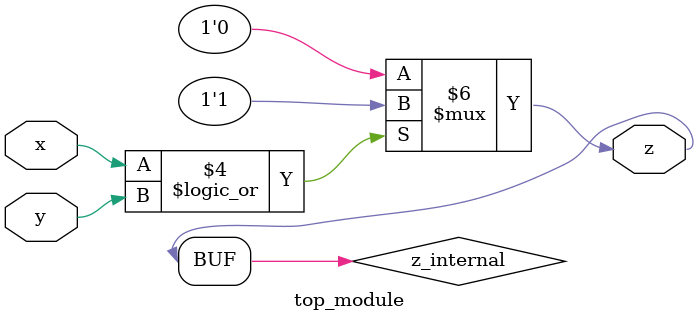
<source format=sv>
module top_module(
	input x,
	input y,
	output z);

	// Declare internal signals
	reg z_internal;

	// Assign value to internal signal z_internal based on inputs x and y
	always @ (x, y)
	begin
		if (x == 1'b1 || y == 1'b1)
			z_internal = 1'b1;
		else
			z_internal = 1'b0;
	end

	// Assign value of internal signal z_internal to output z
	assign z = z_internal;

endmodule

</source>
